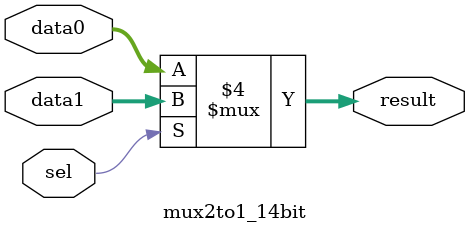
<source format=v>
module mux2to1_14bit(data1, data0, sel, result);
	input [13:0] data0, data1;
	input sel;
	output reg [13:0] result;
	
	always@(sel)
	begin
		if (~sel)
		begin
			result <= data0;
		end
		else
		begin
			result <= data1;
		end
	end
endmodule


</source>
